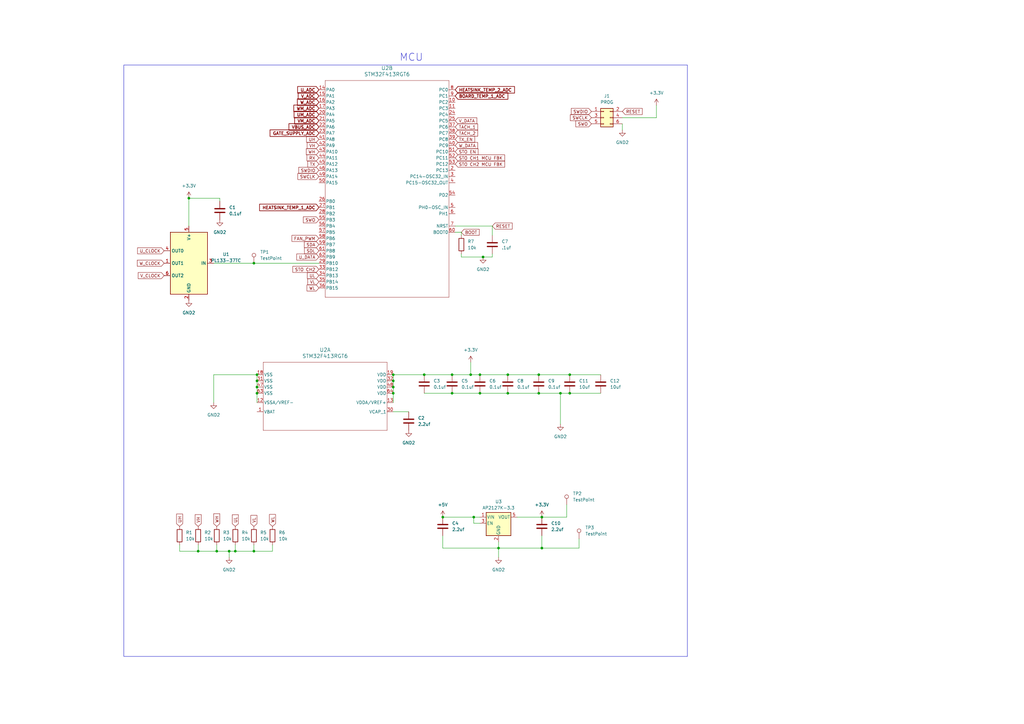
<source format=kicad_sch>
(kicad_sch (version 20231120) (generator "eeschema") (generator_version "8.0")
  (paper "A3")
  (lib_symbols
    (symbol "2023-05-15_23-02-32:STM32F413RGT6" (pin_names (offset 0.254))
      (property "Reference" "U1" (at 31.75 -45.72 0))
      (property "Value" "STM32F413RGT6" (at 25.4 -49.53 0))
      (symbol "STM32F413RGT6_1_1"
        (polyline (pts (xy 7.62 -22.86) (xy 58.42 -22.86)) (stroke (width 0.127)))
        (polyline (pts (xy 7.62 5.08) (xy 7.62 -22.86)) (stroke (width 0.127)))
        (polyline (pts (xy 58.42 -22.86) (xy 58.42 5.08)) (stroke (width 0.127)))
        (polyline (pts (xy 58.42 5.08) (xy 7.62 5.08)) (stroke (width 0.127)))
        (pin power_in line (at 5.08 -15.24 0) (length 2.54) (name "VBAT") (number "1"))
        (pin power_in line (at 5.08 -11.43 0) (length 2.54) (name "VSSA/VREF-") (number "12"))
        (pin power_in line (at 60.96 -11.43 180) (length 2.54) (name "VDDA/VREF+") (number "13"))
        (pin power_in line (at 5.08 0 0) (length 2.54) (name "VSS") (number "18"))
        (pin power_in line (at 60.96 0 180) (length 2.54) (name "VDD") (number "19"))
        (pin power_in line (at 60.96 -15.24 180) (length 2.54) (name "VCAP_1") (number "30"))
        (pin power_in line (at 5.08 -2.54 0) (length 2.54) (name "VSS") (number "31"))
        (pin power_in line (at 60.96 -2.54 180) (length 2.54) (name "VDD") (number "32"))
        (pin power_in line (at 5.08 -5.08 0) (length 2.54) (name "VSS") (number "47"))
        (pin power_in line (at 60.96 -5.08 180) (length 2.54) (name "VDD") (number "48"))
        (pin power_in line (at 5.08 -7.62 0) (length 2.54) (name "VSS") (number "63"))
        (pin power_in line (at 60.96 -7.62 180) (length 2.54) (name "VDD") (number "64"))
      )
      (symbol "STM32F413RGT6_2_1"
        (polyline (pts (xy 7.62 -83.82) (xy 58.42 -83.82)) (stroke (width 0.127)))
        (polyline (pts (xy 7.62 5.08) (xy 7.62 -83.82)) (stroke (width 0.127)))
        (polyline (pts (xy 58.42 -83.82) (xy 58.42 5.08)) (stroke (width 0.127)))
        (polyline (pts (xy 58.42 5.08) (xy 7.62 5.08)) (stroke (width 0.127)))
        (pin bidirectional line (at 60.96 -3.81 180) (length 2.54) (name "PC2") (number "10"))
        (pin bidirectional line (at 60.96 -6.35 180) (length 2.54) (name "PC3") (number "11"))
        (pin bidirectional line (at 5.08 1.27 0) (length 2.54) (name "PA0") (number "14"))
        (pin bidirectional line (at 5.08 -1.27 0) (length 2.54) (name "PA1") (number "15"))
        (pin bidirectional line (at 5.08 -3.81 0) (length 2.54) (name "PA2") (number "16"))
        (pin bidirectional line (at 5.08 -6.35 0) (length 2.54) (name "PA3") (number "17"))
        (pin bidirectional line (at 60.96 -31.75 180) (length 2.54) (name "PC13") (number "2"))
        (pin bidirectional line (at 5.08 -8.89 0) (length 2.54) (name "PA4") (number "20"))
        (pin bidirectional line (at 5.08 -11.43 0) (length 2.54) (name "PA5") (number "21"))
        (pin bidirectional line (at 5.08 -13.97 0) (length 2.54) (name "PA6") (number "22"))
        (pin bidirectional line (at 5.08 -16.51 0) (length 2.54) (name "PA7") (number "23"))
        (pin bidirectional line (at 60.96 -8.89 180) (length 2.54) (name "PC4") (number "24"))
        (pin bidirectional line (at 60.96 -11.43 180) (length 2.54) (name "PC5") (number "25"))
        (pin bidirectional line (at 5.08 -44.45 0) (length 2.54) (name "PB0") (number "26"))
        (pin bidirectional line (at 5.08 -46.99 0) (length 2.54) (name "PB1") (number "27"))
        (pin bidirectional line (at 5.08 -49.53 0) (length 2.54) (name "PB2") (number "28"))
        (pin bidirectional line (at 5.08 -69.85 0) (length 2.54) (name "PB10") (number "29"))
        (pin bidirectional line (at 60.96 -34.29 180) (length 2.54) (name "PC14-OSC32_IN") (number "3"))
        (pin bidirectional line (at 5.08 -72.39 0) (length 2.54) (name "PB12") (number "33"))
        (pin bidirectional line (at 5.08 -74.93 0) (length 2.54) (name "PB13") (number "34"))
        (pin bidirectional line (at 5.08 -77.47 0) (length 2.54) (name "PB14") (number "35"))
        (pin bidirectional line (at 5.08 -80.01 0) (length 2.54) (name "PB15") (number "36"))
        (pin bidirectional line (at 60.96 -13.97 180) (length 2.54) (name "PC6") (number "37"))
        (pin bidirectional line (at 60.96 -16.51 180) (length 2.54) (name "PC7") (number "38"))
        (pin bidirectional line (at 60.96 -19.05 180) (length 2.54) (name "PC8") (number "39"))
        (pin bidirectional line (at 60.96 -36.83 180) (length 2.54) (name "PC15-OSC32_OUT") (number "4"))
        (pin bidirectional line (at 60.96 -21.59 180) (length 2.54) (name "PC9") (number "40"))
        (pin bidirectional line (at 5.08 -19.05 0) (length 2.54) (name "PA8") (number "41"))
        (pin bidirectional line (at 5.08 -21.59 0) (length 2.54) (name "PA9") (number "42"))
        (pin bidirectional line (at 5.08 -24.13 0) (length 2.54) (name "PA10") (number "43"))
        (pin bidirectional line (at 5.08 -26.67 0) (length 2.54) (name "PA11") (number "44"))
        (pin bidirectional line (at 5.08 -31.75 0) (length 2.54) (name "PA12") (number "45"))
        (pin bidirectional line (at 5.08 -29.21 0) (length 2.54) (name "PA12") (number "45"))
        (pin bidirectional line (at 5.08 -34.29 0) (length 2.54) (name "PA13") (number "46"))
        (pin bidirectional line (at 5.08 -36.83 0) (length 2.54) (name "PA14") (number "49"))
        (pin bidirectional line (at 60.96 -46.99 180) (length 2.54) (name "PH0-OSC_IN") (number "5"))
        (pin bidirectional line (at 5.08 -39.37 0) (length 2.54) (name "PA15") (number "50"))
        (pin bidirectional line (at 60.96 -24.13 180) (length 2.54) (name "PC10") (number "51"))
        (pin bidirectional line (at 60.96 -26.67 180) (length 2.54) (name "PC11") (number "52"))
        (pin bidirectional line (at 60.96 -29.21 180) (length 2.54) (name "PC12") (number "53"))
        (pin bidirectional line (at 60.96 -41.91 180) (length 2.54) (name "PD2") (number "54"))
        (pin bidirectional line (at 5.08 -52.07 0) (length 2.54) (name "PB3") (number "55"))
        (pin bidirectional line (at 5.08 -54.61 0) (length 2.54) (name "PB4") (number "56"))
        (pin bidirectional line (at 5.08 -57.15 0) (length 2.54) (name "PB5") (number "57"))
        (pin bidirectional line (at 5.08 -59.69 0) (length 2.54) (name "PB6") (number "58"))
        (pin bidirectional line (at 5.08 -62.23 0) (length 2.54) (name "PB7") (number "59"))
        (pin bidirectional line (at 60.96 -49.53 180) (length 2.54) (name "PH1") (number "6"))
        (pin input line (at 60.96 -57.15 180) (length 2.54) (name "BOOT0") (number "60"))
        (pin bidirectional line (at 5.08 -64.77 0) (length 2.54) (name "PB8") (number "61"))
        (pin bidirectional line (at 5.08 -67.31 0) (length 2.54) (name "PB9") (number "62"))
        (pin bidirectional line (at 60.96 -54.61 180) (length 2.54) (name "NRST") (number "7"))
        (pin bidirectional line (at 60.96 1.27 180) (length 2.54) (name "PC0") (number "8"))
        (pin bidirectional line (at 60.96 -1.27 180) (length 2.54) (name "PC1") (number "9"))
      )
    )
    (symbol "Connector:TestPoint" (pin_numbers hide) (pin_names (offset 0.762) hide)
      (property "Reference" "TP" (at 0 6.858 0))
      (property "Value" "TestPoint" (at 0 5.08 0))
      (symbol "TestPoint_0_1"
        (circle (center 0 3.302) (radius 0.762))
      )
      (symbol "TestPoint_1_1"
        (pin passive line (at 0 0 90) (length 2.54) (name "1") (number "1"))
      )
    )
    (symbol "Connector_Generic:Conn_02x03_Odd_Even" (pin_names (offset 1.016) hide)
      (property "Reference" "J" (at 1.27 5.08 0))
      (property "Value" "Conn_02x03_Odd_Even" (at 1.27 -5.08 0))
      (symbol "Conn_02x03_Odd_Even_1_1"
        (rectangle (start -1.27 -2.413) (end 0 -2.667) (stroke (width 0.1524)))
        (rectangle (start -1.27 0.127) (end 0 -0.127) (stroke (width 0.1524)))
        (rectangle (start -1.27 2.667) (end 0 2.413) (stroke (width 0.1524)))
        (rectangle (start -1.27 3.81) (end 3.81 -3.81) (stroke (width 0.254)) (fill (type background)))
        (rectangle (start 3.81 -2.413) (end 2.54 -2.667) (stroke (width 0.1524)))
        (rectangle (start 3.81 0.127) (end 2.54 -0.127) (stroke (width 0.1524)))
        (rectangle (start 3.81 2.667) (end 2.54 2.413) (stroke (width 0.1524)))
        (pin passive line (at -5.08 2.54 0) (length 3.81) (name "Pin_1") (number "1"))
        (pin passive line (at 7.62 2.54 180) (length 3.81) (name "Pin_2") (number "2"))
        (pin passive line (at -5.08 0 0) (length 3.81) (name "Pin_3") (number "3"))
        (pin passive line (at 7.62 0 180) (length 3.81) (name "Pin_4") (number "4"))
        (pin passive line (at -5.08 -2.54 0) (length 3.81) (name "Pin_5") (number "5"))
        (pin passive line (at 7.62 -2.54 180) (length 3.81) (name "Pin_6") (number "6"))
      )
    )
    (symbol "Device:C" (pin_numbers hide) (pin_names (offset 0.254))
      (property "Reference" "C" (at 0.635 2.54 0))
      (property "Value" "C" (at 0.635 -2.54 0))
      (symbol "C_0_1"
        (polyline (pts (xy -2.032 -0.762) (xy 2.032 -0.762)) (stroke (width 0.508)))
        (polyline (pts (xy -2.032 0.762) (xy 2.032 0.762)) (stroke (width 0.508)))
      )
      (symbol "C_1_1"
        (pin passive line (at 0 3.81 270) (length 2.794) (name "~") (number "1"))
        (pin passive line (at 0 -3.81 90) (length 2.794) (name "~") (number "2"))
      )
    )
    (symbol "Device:R" (pin_numbers hide) (pin_names (offset 0))
      (property "Reference" "R" (at 2.032 0 90))
      (property "Value" "R" (at 0 0 90))
      (symbol "R_0_1"
        (rectangle (start -1.016 -2.54) (end 1.016 2.54) (stroke (width 0.254)))
      )
      (symbol "R_1_1"
        (pin passive line (at 0 3.81 270) (length 1.27) (name "~") (number "1"))
        (pin passive line (at 0 -3.81 90) (length 1.27) (name "~") (number "2"))
      )
    )
    (symbol "PL133:PL133-37TC"
      (property "Reference" "U22" (at -15.24 -5.4961 0))
      (property "Value" "PL133-37TC" (at -15.24 -2.9561 0))
      (symbol "PL133-37TC_0_1"
        (rectangle (start -7.62 12.7) (end 7.62 -12.7) (stroke (width 0.254)) (fill (type background)))
      )
      (symbol "PL133-37TC_1_1"
        (pin output line (at 10.16 0 180) (length 2.54) (name "OUT1") (number "1"))
        (pin power_in line (at 0 -15.24 90) (length 2.54) (name "GND") (number "2"))
        (pin input line (at -10.16 0 0) (length 2.54) (name "IN") (number "3"))
        (pin output line (at 10.16 5.08 180) (length 2.54) (name "OUT0") (number "4"))
        (pin power_in line (at 0 15.24 270) (length 2.54) (name "V+") (number "5"))
        (pin output line (at 10.16 -5.08 180) (length 2.54) (name "OUT2") (number "6"))
      )
    )
    (symbol "Regulator_Linear:AP2127K-3.3" (pin_names (offset 0.254))
      (property "Reference" "U" (at -5.08 5.715 0))
      (property "Value" "AP2127K-3.3" (at 0 5.715 0))
      (symbol "AP2127K-3.3_0_1"
        (rectangle (start -5.08 4.445) (end 5.08 -5.08) (stroke (width 0.254)) (fill (type background)))
      )
      (symbol "AP2127K-3.3_1_1"
        (pin power_in line (at -7.62 2.54 0) (length 2.54) (name "VIN") (number "1"))
        (pin power_in line (at 0 -7.62 90) (length 2.54) (name "GND") (number "2"))
        (pin input line (at -7.62 0 0) (length 2.54) (name "EN") (number "3"))
        (pin no_connect line (at 5.08 0 180) (length 2.54) hide (name "NC") (number "4"))
        (pin power_out line (at 7.62 2.54 180) (length 2.54) (name "VOUT") (number "5"))
      )
    )
    (symbol "STM32F413RGT6_1" (pin_names (offset 0.254))
      (property "Reference" "U1" (at 63.5 -38.1 0))
      (property "Value" "STM32F413RGT6_1" (at 63.5 -41.91 0))
      (symbol "STM32F413RGT6_1_1_1"
        (polyline (pts (xy 7.62 -22.86) (xy 58.42 -22.86)) (stroke (width 0.127)))
        (polyline (pts (xy 7.62 5.08) (xy 7.62 -22.86)) (stroke (width 0.127)))
        (polyline (pts (xy 58.42 -22.86) (xy 58.42 5.08)) (stroke (width 0.127)))
        (polyline (pts (xy 58.42 5.08) (xy 7.62 5.08)) (stroke (width 0.127)))
        (pin power_in line (at 5.08 -15.24 0) (length 2.54) (name "VBAT") (number "1"))
        (pin power_in line (at 5.08 -11.43 0) (length 2.54) (name "VSSA/VREF-") (number "12"))
        (pin power_in line (at 60.96 -11.43 180) (length 2.54) (name "VDDA/VREF+") (number "13"))
        (pin power_in line (at 5.08 0 0) (length 2.54) (name "VSS") (number "18"))
        (pin power_in line (at 60.96 0 180) (length 2.54) (name "VDD") (number "19"))
        (pin power_in line (at 60.96 -15.24 180) (length 2.54) (name "VCAP_1") (number "30"))
        (pin power_in line (at 5.08 -2.54 0) (length 2.54) (name "VSS") (number "31"))
        (pin power_in line (at 60.96 -2.54 180) (length 2.54) (name "VDD") (number "32"))
        (pin power_in line (at 5.08 -5.08 0) (length 2.54) (name "VSS") (number "47"))
        (pin power_in line (at 60.96 -5.08 180) (length 2.54) (name "VDD") (number "48"))
        (pin power_in line (at 5.08 -7.62 0) (length 2.54) (name "VSS") (number "63"))
        (pin power_in line (at 60.96 -7.62 180) (length 2.54) (name "VDD") (number "64"))
      )
      (symbol "STM32F413RGT6_1_2_1"
        (polyline (pts (xy 7.62 -83.82) (xy 58.42 -83.82)) (stroke (width 0.127)))
        (polyline (pts (xy 7.62 5.08) (xy 7.62 -83.82)) (stroke (width 0.127)))
        (polyline (pts (xy 58.42 -83.82) (xy 58.42 5.08)) (stroke (width 0.127)))
        (polyline (pts (xy 58.42 5.08) (xy 7.62 5.08)) (stroke (width 0.127)))
        (pin bidirectional line (at 60.96 -3.81 180) (length 2.54) (name "PC2") (number "10"))
        (pin bidirectional line (at 60.96 -6.35 180) (length 2.54) (name "PC3") (number "11"))
        (pin bidirectional line (at 5.08 1.27 0) (length 2.54) (name "PA0") (number "14"))
        (pin bidirectional line (at 5.08 -1.27 0) (length 2.54) (name "PA1") (number "15"))
        (pin bidirectional line (at 5.08 -3.81 0) (length 2.54) (name "PA2") (number "16"))
        (pin bidirectional line (at 5.08 -6.35 0) (length 2.54) (name "PA3") (number "17"))
        (pin bidirectional line (at 60.96 -31.75 180) (length 2.54) (name "PC13") (number "2"))
        (pin bidirectional line (at 5.08 -8.89 0) (length 2.54) (name "PA4") (number "20"))
        (pin bidirectional line (at 5.08 -11.43 0) (length 2.54) (name "PA5") (number "21"))
        (pin bidirectional line (at 5.08 -13.97 0) (length 2.54) (name "PA6") (number "22"))
        (pin bidirectional line (at 5.08 -16.51 0) (length 2.54) (name "PA7") (number "23"))
        (pin bidirectional line (at 60.96 -8.89 180) (length 2.54) (name "PC4") (number "24"))
        (pin bidirectional line (at 60.96 -11.43 180) (length 2.54) (name "PC5") (number "25"))
        (pin bidirectional line (at 5.08 -44.45 0) (length 2.54) (name "PB0") (number "26"))
        (pin bidirectional line (at 5.08 -46.99 0) (length 2.54) (name "PB1") (number "27"))
        (pin bidirectional line (at 5.08 -49.53 0) (length 2.54) (name "PB2") (number "28"))
        (pin bidirectional line (at 5.08 -69.85 0) (length 2.54) (name "PB10") (number "29"))
        (pin bidirectional line (at 60.96 -34.29 180) (length 2.54) (name "PC14-OSC32_IN") (number "3"))
        (pin bidirectional line (at 5.08 -72.39 0) (length 2.54) (name "PB12") (number "33"))
        (pin bidirectional line (at 5.08 -74.93 0) (length 2.54) (name "PB13") (number "34"))
        (pin bidirectional line (at 5.08 -77.47 0) (length 2.54) (name "PB14") (number "35"))
        (pin bidirectional line (at 5.08 -80.01 0) (length 2.54) (name "PB15") (number "36"))
        (pin bidirectional line (at 60.96 -13.97 180) (length 2.54) (name "PC6") (number "37"))
        (pin bidirectional line (at 60.96 -16.51 180) (length 2.54) (name "PC7") (number "38"))
        (pin bidirectional line (at 60.96 -19.05 180) (length 2.54) (name "PC8") (number "39"))
        (pin bidirectional line (at 60.96 -36.83 180) (length 2.54) (name "PC15-OSC32_OUT") (number "4"))
        (pin bidirectional line (at 60.96 -21.59 180) (length 2.54) (name "PC9") (number "40"))
        (pin bidirectional line (at 5.08 -19.05 0) (length 2.54) (name "PA8") (number "41"))
        (pin bidirectional line (at 5.08 -21.59 0) (length 2.54) (name "PA9") (number "42"))
        (pin bidirectional line (at 5.08 -24.13 0) (length 2.54) (name "PA10") (number "43"))
        (pin bidirectional line (at 5.08 -26.67 0) (length 2.54) (name "PA11") (number "44"))
        (pin bidirectional line (at 5.08 -29.21 0) (length 2.54) (name "PA12") (number "45"))
        (pin bidirectional line (at 5.08 -31.75 0) (length 2.54) (name "PA13") (number "46"))
        (pin bidirectional line (at 5.08 -34.29 0) (length 2.54) (name "PA14") (number "49"))
        (pin bidirectional line (at 60.96 -46.99 180) (length 2.54) (name "PH0-OSC_IN") (number "5"))
        (pin bidirectional line (at 5.08 -36.83 0) (length 2.54) (name "PA15") (number "50"))
        (pin bidirectional line (at 60.96 -24.13 180) (length 2.54) (name "PC10") (number "51"))
        (pin bidirectional line (at 60.96 -26.67 180) (length 2.54) (name "PC11") (number "52"))
        (pin bidirectional line (at 60.96 -29.21 180) (length 2.54) (name "PC12") (number "53"))
        (pin bidirectional line (at 60.96 -41.91 180) (length 2.54) (name "PD2") (number "54"))
        (pin bidirectional line (at 5.08 -52.07 0) (length 2.54) (name "PB3") (number "55"))
        (pin bidirectional line (at 5.08 -54.61 0) (length 2.54) (name "PB4") (number "56"))
        (pin bidirectional line (at 5.08 -57.15 0) (length 2.54) (name "PB5") (number "57"))
        (pin bidirectional line (at 5.08 -59.69 0) (length 2.54) (name "PB6") (number "58"))
        (pin bidirectional line (at 5.08 -62.23 0) (length 2.54) (name "PB7") (number "59"))
        (pin bidirectional line (at 60.96 -49.53 180) (length 2.54) (name "PH1") (number "6"))
        (pin input line (at 60.96 -57.15 180) (length 2.54) (name "BOOT0") (number "60"))
        (pin bidirectional line (at 5.08 -64.77 0) (length 2.54) (name "PB8") (number "61"))
        (pin bidirectional line (at 5.08 -67.31 0) (length 2.54) (name "PB9") (number "62"))
        (pin bidirectional line (at 60.96 -54.61 180) (length 2.54) (name "NRST") (number "7"))
        (pin bidirectional line (at 60.96 1.27 180) (length 2.54) (name "PC0") (number "8"))
        (pin bidirectional line (at 60.96 -1.27 180) (length 2.54) (name "PC1") (number "9"))
      )
    )
    (symbol "power:+3.3V" (power) (pin_names (offset 0))
      (property "Value" "+3.3V" (at 0 3.556 0))
      (symbol "+3.3V_0_1"
        (polyline (pts (xy -0.762 1.27) (xy 0 2.54)))
        (polyline (pts (xy 0 0) (xy 0 2.54)))
        (polyline (pts (xy 0 2.54) (xy 0.762 1.27)))
      )
      (symbol "+3.3V_1_1"
        (pin power_in line (at 0 0 90) (length 0) hide (name "+3.3V") (number "1"))
      )
    )
    (symbol "power:+5V" (power) (pin_names (offset 0))
      (property "Value" "+5V" (at 0 3.556 0))
      (symbol "+5V_0_1"
        (polyline (pts (xy -0.762 1.27) (xy 0 2.54)))
        (polyline (pts (xy 0 0) (xy 0 2.54)))
        (polyline (pts (xy 0 2.54) (xy 0.762 1.27)))
      )
      (symbol "+5V_1_1"
        (pin power_in line (at 0 0 90) (length 0) hide (name "+5V") (number "1"))
      )
    )
    (symbol "power:GND2" (power) (pin_names (offset 0))
      (property "Value" "GND2" (at 0 -3.81 0))
      (symbol "GND2_0_1"
        (polyline (pts (xy 0 0) (xy 0 -1.27) (xy 1.27 -1.27) (xy 0 -2.54) (xy -1.27 -1.27) (xy 0 -1.27)))
      )
      (symbol "GND2_1_1"
        (pin power_in line (at 0 0 270) (length 0) hide (name "GND2") (number "1"))
      )
    )
  )
  (junction (at 81.28 226.06))
  (junction (at 161.29 153.67))
  (junction (at 220.98 161.29))
  (junction (at 96.52 226.06))
  (junction (at 104.14 226.06))
  (junction (at 220.98 153.67))
  (junction (at 208.28 161.29))
  (junction (at 173.99 153.67))
  (junction (at 233.68 161.29))
  (junction (at 194.31 212.09))
  (junction (at 229.87 161.29))
  (junction (at 185.42 161.29))
  (junction (at 105.41 153.67))
  (junction (at 105.41 158.75))
  (junction (at 161.29 161.29))
  (junction (at 104.14 107.95))
  (junction (at 193.04 153.67))
  (junction (at 204.47 224.79))
  (junction (at 105.41 156.21))
  (junction (at 233.68 153.67))
  (junction (at 161.29 156.21))
  (junction (at 161.29 158.75))
  (junction (at 196.85 153.67))
  (junction (at 181.61 212.09))
  (junction (at 93.98 226.06))
  (junction (at 77.47 81.28))
  (junction (at 105.41 161.29))
  (junction (at 208.28 153.67))
  (junction (at 185.42 153.67))
  (junction (at 88.9 226.06))
  (junction (at 196.85 161.29))
  (junction (at 222.25 212.09))
  (junction (at 198.12 105.41))
  (junction (at 222.25 224.79))
  (wire (pts (xy 196.85 214.63) (xy 194.31 214.63)))
  (wire (pts (xy 88.9 226.06) (xy 93.98 226.06)))
  (wire (pts (xy 90.17 81.28) (xy 90.17 82.55)))
  (wire (pts (xy 222.25 224.79) (xy 204.47 224.79)))
  (wire (pts (xy 204.47 222.25) (xy 204.47 224.79)))
  (wire (pts (xy 93.98 226.06) (xy 93.98 228.6)))
  (wire (pts (xy 194.31 212.09) (xy 196.85 212.09)))
  (wire (pts (xy 194.31 214.63) (xy 194.31 212.09)))
  (wire (pts (xy 233.68 161.29) (xy 246.38 161.29)))
  (wire (pts (xy 111.76 226.06) (xy 111.76 223.52)))
  (wire (pts (xy 104.14 107.95) (xy 130.81 107.95)))
  (wire (pts (xy 161.29 156.21) (xy 161.29 158.75)))
  (wire (pts (xy 161.29 168.91) (xy 167.64 168.91)))
  (wire (pts (xy 201.93 92.71) (xy 186.69 92.71)))
  (wire (pts (xy 201.93 104.14) (xy 201.93 105.41)))
  (wire (pts (xy 237.49 220.98) (xy 237.49 224.79)))
  (wire (pts (xy 208.28 153.67) (xy 220.98 153.67)))
  (wire (pts (xy 96.52 226.06) (xy 104.14 226.06)))
  (wire (pts (xy 201.93 92.71) (xy 201.93 96.52)))
  (wire (pts (xy 220.98 161.29) (xy 229.87 161.29)))
  (wire (pts (xy 77.47 81.28) (xy 90.17 81.28)))
  (wire (pts (xy 269.24 43.18) (xy 269.24 48.26)))
  (wire (pts (xy 77.47 81.28) (xy 77.47 92.71)))
  (wire (pts (xy 269.24 48.26) (xy 255.27 48.26)))
  (wire (pts (xy 81.28 223.52) (xy 81.28 226.06)))
  (wire (pts (xy 222.25 219.71) (xy 222.25 224.79)))
  (wire (pts (xy 185.42 153.67) (xy 173.99 153.67)))
  (wire (pts (xy 232.41 212.09) (xy 222.25 212.09)))
  (wire (pts (xy 105.41 153.67) (xy 105.41 156.21)))
  (wire (pts (xy 233.68 153.67) (xy 246.38 153.67)))
  (wire (pts (xy 173.99 161.29) (xy 185.42 161.29)))
  (wire (pts (xy 189.23 95.25) (xy 189.23 96.52)))
  (wire (pts (xy 212.09 212.09) (xy 222.25 212.09)))
  (wire (pts (xy 232.41 207.01) (xy 232.41 212.09)))
  (wire (pts (xy 161.29 161.29) (xy 161.29 165.1)))
  (wire (pts (xy 186.69 95.25) (xy 189.23 95.25)))
  (wire (pts (xy 104.14 223.52) (xy 104.14 226.06)))
  (wire (pts (xy 196.85 153.67) (xy 208.28 153.67)))
  (wire (pts (xy 193.04 153.67) (xy 196.85 153.67)))
  (wire (pts (xy 161.29 153.67) (xy 161.29 156.21)))
  (wire (pts (xy 73.66 223.52) (xy 73.66 226.06)))
  (wire (pts (xy 237.49 224.79) (xy 222.25 224.79)))
  (wire (pts (xy 181.61 212.09) (xy 194.31 212.09)))
  (wire (pts (xy 87.63 165.1) (xy 87.63 153.67)))
  (wire (pts (xy 81.28 226.06) (xy 88.9 226.06)))
  (wire (pts (xy 105.41 156.21) (xy 105.41 158.75)))
  (wire (pts (xy 189.23 104.14) (xy 189.23 105.41)))
  (wire (pts (xy 73.66 226.06) (xy 81.28 226.06)))
  (wire (pts (xy 204.47 224.79) (xy 204.47 228.6)))
  (wire (pts (xy 173.99 153.67) (xy 161.29 153.67)))
  (wire (pts (xy 196.85 161.29) (xy 208.28 161.29)))
  (wire (pts (xy 201.93 105.41) (xy 198.12 105.41)))
  (wire (pts (xy 105.41 158.75) (xy 105.41 161.29)))
  (wire (pts (xy 181.61 219.71) (xy 181.61 224.79)))
  (wire (pts (xy 88.9 223.52) (xy 88.9 226.06)))
  (wire (pts (xy 181.61 224.79) (xy 204.47 224.79)))
  (wire (pts (xy 87.63 107.95) (xy 104.14 107.95)))
  (wire (pts (xy 104.14 226.06) (xy 111.76 226.06)))
  (wire (pts (xy 193.04 148.59) (xy 193.04 153.67)))
  (wire (pts (xy 229.87 161.29) (xy 229.87 173.99)))
  (wire (pts (xy 96.52 223.52) (xy 96.52 226.06)))
  (wire (pts (xy 93.98 226.06) (xy 96.52 226.06)))
  (wire (pts (xy 105.41 161.29) (xy 105.41 165.1)))
  (wire (pts (xy 255.27 50.8) (xy 255.27 53.34)))
  (wire (pts (xy 87.63 153.67) (xy 105.41 153.67)))
  (wire (pts (xy 229.87 161.29) (xy 233.68 161.29)))
  (wire (pts (xy 189.23 105.41) (xy 198.12 105.41)))
  (wire (pts (xy 220.98 153.67) (xy 233.68 153.67)))
  (wire (pts (xy 185.42 161.29) (xy 196.85 161.29)))
  (wire (pts (xy 193.04 153.67) (xy 185.42 153.67)))
  (wire (pts (xy 208.28 161.29) (xy 220.98 161.29)))
  (wire (pts (xy 161.29 158.75) (xy 161.29 161.29)))
  (rectangle (start 50.8 26.67) (end 281.94 269.24))
  (text "MCU" (at 163.83 25.4 0) (effects (font (size 3 3)) (justify left bottom)))
  (global_label "HEATSINK_TEMP_1_ADC" (shape input) (at 130.81 85.09 180) (effects (font (bold yes))) (property "Intersheetrefs" "${INTERSHEET_REFS}" (effects (hide yes))))
  (global_label "VL" (shape input) (at 130.81 115.57 180) (property "Intersheetrefs" "${INTERSHEET_REFS}" (effects (hide yes))))
  (global_label "W_CLOCK" (shape input) (at 67.31 107.95 180) (property "Intersheetrefs" "${INTERSHEET_REFS}" (effects (hide yes))))
  (global_label "FAN_PWM" (shape input) (at 130.81 97.79 180) (property "Intersheetrefs" "${INTERSHEET_REFS}" (effects (hide yes))))
  (global_label "W_ADC" (shape input) (at 130.81 41.91 180) (effects (font (bold yes))) (property "Intersheetrefs" "${INTERSHEET_REFS}" (effects (hide yes))))
  (global_label "VBUS_ADC" (shape input) (at 130.81 52.07 180) (effects (font (bold yes))) (property "Intersheetrefs" "${INTERSHEET_REFS}" (effects (hide yes))))
  (global_label "UH" (shape input) (at 130.81 57.15 180) (property "Intersheetrefs" "${INTERSHEET_REFS}" (effects (hide yes))))
  (global_label "SDA" (shape input) (at 130.81 100.33 180) (property "Intersheetrefs" "${INTERSHEET_REFS}" (effects (hide yes))))
  (global_label "WL" (shape input) (at 130.81 118.11 180) (property "Intersheetrefs" "${INTERSHEET_REFS}" (effects (hide yes))))
  (global_label "STO CH2 MCU FBK" (shape input) (at 186.69 67.31 0) (property "Intersheetrefs" "${INTERSHEET_REFS}" (effects (hide yes))))
  (global_label "VH" (shape input) (at 81.28 215.9 90) (property "Intersheetrefs" "${INTERSHEET_REFS}" (effects (hide yes))))
  (global_label "HEATSINK_TEMP_2_ADC" (shape input) (at 186.69 36.83 0) (effects (font (bold yes))) (property "Intersheetrefs" "${INTERSHEET_REFS}" (effects (hide yes))))
  (global_label "RX" (shape input) (at 130.81 64.77 180) (property "Intersheetrefs" "${INTERSHEET_REFS}" (effects (hide yes))))
  (global_label "SDL" (shape input) (at 130.81 102.87 180) (property "Intersheetrefs" "${INTERSHEET_REFS}" (effects (hide yes))))
  (global_label "TACH_1" (shape input) (at 186.69 52.07 0) (property "Intersheetrefs" "${INTERSHEET_REFS}" (effects (hide yes))))
  (global_label "VM_ADC" (shape input) (at 130.81 49.53 180) (effects (font (bold yes))) (property "Intersheetrefs" "${INTERSHEET_REFS}" (effects (hide yes))))
  (global_label "STO CH2" (shape input) (at 130.81 110.49 180) (property "Intersheetrefs" "${INTERSHEET_REFS}" (effects (hide yes))))
  (global_label "U_DATA" (shape input) (at 130.81 105.41 180) (property "Intersheetrefs" "${INTERSHEET_REFS}" (effects (hide yes))))
  (global_label "SWCLK" (shape input) (at 130.81 72.39 180) (property "Intersheetrefs" "${INTERSHEET_REFS}" (effects (hide yes))))
  (global_label "RESET" (shape input) (at 201.93 92.71 0) (property "Intersheetrefs" "${INTERSHEET_REFS}" (effects (hide yes))))
  (global_label "WH" (shape input) (at 88.9 215.9 90) (property "Intersheetrefs" "${INTERSHEET_REFS}" (effects (hide yes))))
  (global_label "BOOT" (shape input) (at 189.23 95.25 0) (property "Intersheetrefs" "${INTERSHEET_REFS}" (effects (hide yes))))
  (global_label "WH" (shape input) (at 130.81 62.23 180) (property "Intersheetrefs" "${INTERSHEET_REFS}" (effects (hide yes))))
  (global_label "WL" (shape input) (at 111.76 215.9 90) (property "Intersheetrefs" "${INTERSHEET_REFS}" (effects (hide yes))))
  (global_label "UL" (shape input) (at 130.81 113.03 180) (property "Intersheetrefs" "${INTERSHEET_REFS}" (effects (hide yes))))
  (global_label "SWDIO" (shape input) (at 242.57 45.72 180) (property "Intersheetrefs" "${INTERSHEET_REFS}" (effects (hide yes))))
  (global_label "UL" (shape input) (at 96.52 215.9 90) (property "Intersheetrefs" "${INTERSHEET_REFS}" (effects (hide yes))))
  (global_label "SWCLK" (shape input) (at 242.57 48.26 180) (property "Intersheetrefs" "${INTERSHEET_REFS}" (effects (hide yes))))
  (global_label "UM_ADC" (shape input) (at 130.81 46.99 180) (effects (font (bold yes))) (property "Intersheetrefs" "${INTERSHEET_REFS}" (effects (hide yes))))
  (global_label "GATE_SUPPLY_ADC" (shape input) (at 130.81 54.61 180) (effects (font (bold yes))) (property "Intersheetrefs" "${INTERSHEET_REFS}" (effects (hide yes))))
  (global_label "STO EN" (shape input) (at 186.69 62.23 0) (property "Intersheetrefs" "${INTERSHEET_REFS}" (effects (hide yes))))
  (global_label "V_ADC" (shape input) (at 130.81 39.37 180) (effects (font (bold yes))) (property "Intersheetrefs" "${INTERSHEET_REFS}" (effects (hide yes))))
  (global_label "TACH_2" (shape input) (at 186.69 54.61 0) (property "Intersheetrefs" "${INTERSHEET_REFS}" (effects (hide yes))))
  (global_label "U_ADC" (shape input) (at 130.81 36.83 180) (effects (font (bold yes))) (property "Intersheetrefs" "${INTERSHEET_REFS}" (effects (hide yes))))
  (global_label "U_CLOCK" (shape input) (at 67.31 102.87 180) (property "Intersheetrefs" "${INTERSHEET_REFS}" (effects (hide yes))))
  (global_label "W_DATA" (shape input) (at 186.69 59.69 0) (property "Intersheetrefs" "${INTERSHEET_REFS}" (effects (hide yes))))
  (global_label "SWO" (shape input) (at 242.57 50.8 180) (property "Intersheetrefs" "${INTERSHEET_REFS}" (effects (hide yes))))
  (global_label "SWO" (shape input) (at 130.81 90.17 180) (property "Intersheetrefs" "${INTERSHEET_REFS}" (effects (hide yes))))
  (global_label "VH" (shape input) (at 130.81 59.69 180) (property "Intersheetrefs" "${INTERSHEET_REFS}" (effects (hide yes))))
  (global_label "UH" (shape input) (at 73.66 215.9 90) (property "Intersheetrefs" "${INTERSHEET_REFS}" (effects (hide yes))))
  (global_label "SWDIO" (shape input) (at 130.81 69.85 180) (property "Intersheetrefs" "${INTERSHEET_REFS}" (effects (hide yes))))
  (global_label "TX_EN" (shape input) (at 186.69 57.15 0) (property "Intersheetrefs" "${INTERSHEET_REFS}" (effects (hide yes))))
  (global_label "WM_ADC" (shape input) (at 130.81 44.45 180) (effects (font (bold yes))) (property "Intersheetrefs" "${INTERSHEET_REFS}" (effects (hide yes))))
  (global_label "V_CLOCK" (shape input) (at 67.31 113.03 180) (property "Intersheetrefs" "${INTERSHEET_REFS}" (effects (hide yes))))
  (global_label "V_DATA" (shape input) (at 186.69 49.53 0) (property "Intersheetrefs" "${INTERSHEET_REFS}" (effects (hide yes))))
  (global_label "RESET" (shape input) (at 255.27 45.72 0) (property "Intersheetrefs" "${INTERSHEET_REFS}" (effects (hide yes))))
  (global_label "VL" (shape input) (at 104.14 215.9 90) (property "Intersheetrefs" "${INTERSHEET_REFS}" (effects (hide yes))))
  (global_label "BOARD_TEMP_1_ADC" (shape input) (at 186.69 39.37 0) (effects (font (bold yes))) (property "Intersheetrefs" "${INTERSHEET_REFS}" (effects (hide yes))))
  (global_label "STO CH1 MCU FBK" (shape input) (at 186.69 64.77 0) (property "Intersheetrefs" "${INTERSHEET_REFS}" (effects (hide yes))))
  (global_label "TX" (shape input) (at 130.81 67.31 180) (property "Intersheetrefs" "${INTERSHEET_REFS}" (effects (hide yes))))
  (symbol (lib_id "power:GND2") (at 77.47 123.19 0) (unit 1)
    (property "Reference" "#PWR02" (effects (hide yes)))
    (property "Value" "GND2" (at 77.47 128.27 0))
  )
  (symbol (lib_id "Device:C") (at 222.25 215.9 0) (unit 1)
    (property "Reference" "C10" (at 226.06 214.63 0) (effects (justify left)))
    (property "Value" "2.2uf" (at 226.06 217.17 0) (effects (justify left)))
    (property "Footprint" "Capacitor_SMD:C_0603_1608Metric" (effects (hide yes)))
  )
  (symbol (lib_id "Connector:TestPoint") (at 232.41 207.01 0) (unit 1)
    (property "Reference" "TP2" (at 234.95 202.438 0) (effects (justify left)))
    (property "Value" "TestPoint" (at 234.95 204.978 0) (effects (justify left)))
    (property "Footprint" "footprints:TestPoint_Pad_3.1x1.6mm" (effects (hide yes)))
  )
  (symbol (lib_id "Connector:TestPoint") (at 104.14 107.95 0) (unit 1)
    (property "Reference" "TP1" (at 106.68 103.378 0) (effects (justify left)))
    (property "Value" "TestPoint" (at 106.68 105.918 0) (effects (justify left)))
    (property "Footprint" "footprints:TestPoint_Pad_3.1x1.6mm" (effects (hide yes)))
  )
  (symbol (lib_id "power:GND2") (at 167.64 176.53 0) (unit 1)
    (property "Reference" "#PWR06" (effects (hide yes)))
    (property "Value" "GND2" (at 167.64 181.61 0))
  )
  (symbol (lib_id "Device:C") (at 167.64 172.72 0) (unit 1)
    (property "Reference" "C2" (at 171.45 171.45 0) (effects (justify left)))
    (property "Value" "2.2uf" (at 171.45 173.99 0) (effects (justify left)))
    (property "Footprint" "Capacitor_SMD:C_0603_1608Metric" (effects (hide yes)))
  )
  (symbol (lib_id "Regulator_Linear:AP2127K-3.3") (at 204.47 214.63 0) (unit 1)
    (property "Reference" "U3" (at 204.47 205.74 0))
    (property "Value" "AP2127K-3.3" (at 204.47 208.28 0))
    (property "Footprint" "Package_TO_SOT_SMD:SOT-23-5" (effects (hide yes)))
    (property "Datasheet" "https://www.diodes.com/assets/Datasheets/AP2127.pdf" (effects (hide yes)))
  )
  (symbol (lib_id "Device:C") (at 90.17 86.36 0) (unit 1)
    (property "Reference" "C1" (at 93.98 85.09 0) (effects (justify left)))
    (property "Value" "0.1uf" (at 93.98 87.63 0) (effects (justify left)))
    (property "Footprint" "Capacitor_SMD:C_0603_1608Metric" (effects (hide yes)))
  )
  (symbol (lib_id "Device:R") (at 73.66 219.71 0) (unit 1)
    (property "Reference" "R1" (at 76.2 218.44 0) (effects (justify left)))
    (property "Value" "10k" (at 76.2 220.98 0) (effects (justify left)))
    (property "Footprint" "Resistor_SMD:R_0603_1608Metric" (effects (hide yes)))
  )
  (symbol (lib_id "Device:C") (at 246.38 157.48 0) (unit 1)
    (property "Reference" "C12" (at 250.19 156.21 0) (effects (justify left)))
    (property "Value" "10uf" (at 250.19 158.75 0) (effects (justify left)))
    (property "Footprint" "Capacitor_SMD:C_0805_2012Metric" (effects (hide yes)))
  )
  (symbol (lib_id "power:GND2") (at 255.27 53.34 0) (unit 1)
    (property "Reference" "#PWR013" (effects (hide yes)))
    (property "Value" "GND2" (at 255.27 58.42 0))
  )
  (symbol (lib_id "PL133:PL133-37TC") (at 77.47 107.95 0) (mirror y) (unit 1)
    (property "Reference" "U1" (at 92.71 104.3021 0))
    (property "Value" "PL133-37TC" (at 92.71 106.8421 0))
    (property "Footprint" "Package_TO_SOT_SMD:SOT-23-6" (effects (hide yes)))
  )
  (symbol (lib_id "Device:C") (at 173.99 157.48 0) (unit 1)
    (property "Reference" "C3" (at 177.8 156.21 0) (effects (justify left)))
    (property "Value" "0.1uf" (at 177.8 158.75 0) (effects (justify left)))
    (property "Footprint" "Capacitor_SMD:C_0603_1608Metric" (effects (hide yes)))
  )
  (symbol (lib_id "power:GND2") (at 229.87 173.99 0) (unit 1)
    (property "Reference" "#PWR012" (effects (hide yes)))
    (property "Value" "GND2" (at 229.87 179.07 0))
  )
  (symbol (lib_id "Connector:TestPoint") (at 237.49 220.98 0) (unit 1)
    (property "Reference" "TP3" (at 240.03 216.408 0) (effects (justify left)))
    (property "Value" "TestPoint" (at 240.03 218.948 0) (effects (justify left)))
    (property "Footprint" "footprints:TestPoint_Pad_3.1x1.6mm" (effects (hide yes)))
  )
  (symbol (lib_id "2023-05-15_23-02-32:STM32F413RGT6") (at 100.33 153.67 0) (unit 1)
    (property "Reference" "U2" (at 133.35 143.51 0) (effects (font (size 1.524 1.524))))
    (property "Value" "STM32F413RGT6" (at 133.35 146.05 0) (effects (font (size 1.524 1.524))))
    (property "Footprint" "footprints:LQFP64-10x10mm" (effects (hide yes)))
    (property "Datasheet" "STM32F413RGT6" (effects (hide yes)))
  )
  (symbol (lib_id "power:+3.3V") (at 222.25 212.09 0) (unit 1)
    (property "Reference" "#PWR011" (effects (hide yes)))
    (property "Value" "+3.3V" (at 222.25 207.01 0))
  )
  (symbol (lib_id "Device:C") (at 185.42 157.48 0) (unit 1)
    (property "Reference" "C5" (at 189.23 156.21 0) (effects (justify left)))
    (property "Value" "0.1uf" (at 189.23 158.75 0) (effects (justify left)))
    (property "Footprint" "Capacitor_SMD:C_0603_1608Metric" (effects (hide yes)))
  )
  (symbol (lib_id "Device:C") (at 181.61 215.9 0) (unit 1)
    (property "Reference" "C4" (at 185.42 214.63 0) (effects (justify left)))
    (property "Value" "2.2uf" (at 185.42 217.17 0) (effects (justify left)))
    (property "Footprint" "Capacitor_SMD:C_0603_1608Metric" (effects (hide yes)))
  )
  (symbol (lib_id "Device:C") (at 220.98 157.48 0) (unit 1)
    (property "Reference" "C9" (at 224.79 156.21 0) (effects (justify left)))
    (property "Value" "0.1uf" (at 224.79 158.75 0) (effects (justify left)))
    (property "Footprint" "Capacitor_SMD:C_0603_1608Metric" (effects (hide yes)))
  )
  (symbol (lib_id "Device:R") (at 81.28 219.71 0) (unit 1)
    (property "Reference" "R2" (at 83.82 218.44 0) (effects (justify left)))
    (property "Value" "10k" (at 83.82 220.98 0) (effects (justify left)))
    (property "Footprint" "Resistor_SMD:R_0603_1608Metric" (effects (hide yes)))
  )
  (symbol (lib_id "Device:R") (at 96.52 219.71 0) (unit 1)
    (property "Reference" "R4" (at 99.06 218.44 0) (effects (justify left)))
    (property "Value" "10k" (at 99.06 220.98 0) (effects (justify left)))
    (property "Footprint" "Resistor_SMD:R_0603_1608Metric" (effects (hide yes)))
  )
  (symbol (lib_name "STM32F413RGT6_1") (lib_id "2023-05-15_23-02-32:STM32F413RGT6") (at 125.73 38.1 0) (unit 2)
    (property "Reference" "U2" (at 158.75 27.94 0) (effects (font (size 1.524 1.524))))
    (property "Value" "STM32F413RGT6" (at 158.75 30.48 0) (effects (font (size 1.524 1.524))))
    (property "Footprint" "footprints:LQFP64-10x10mm" (effects (hide yes)))
    (property "Datasheet" "STM32F413RGT6" (effects (hide yes)))
  )
  (symbol (lib_id "Device:R") (at 189.23 100.33 0) (unit 1)
    (property "Reference" "R7" (at 191.77 99.06 0) (effects (justify left)))
    (property "Value" "10k" (at 191.77 101.6 0) (effects (justify left)))
    (property "Footprint" "Resistor_SMD:R_0603_1608Metric" (effects (hide yes)))
  )
  (symbol (lib_id "power:+3.3V") (at 193.04 148.59 0) (unit 1)
    (property "Reference" "#PWR08" (effects (hide yes)))
    (property "Value" "+3.3V" (at 193.04 143.51 0))
  )
  (symbol (lib_id "Device:R") (at 111.76 219.71 0) (unit 1)
    (property "Reference" "R6" (at 114.3 218.44 0) (effects (justify left)))
    (property "Value" "10k" (at 114.3 220.98 0) (effects (justify left)))
    (property "Footprint" "Resistor_SMD:R_0603_1608Metric" (effects (hide yes)))
  )
  (symbol (lib_id "power:GND2") (at 93.98 228.6 0) (unit 1)
    (property "Reference" "#PWR05" (effects (hide yes)))
    (property "Value" "GND2" (at 93.98 233.68 0))
  )
  (symbol (lib_id "Device:R") (at 88.9 219.71 0) (unit 1)
    (property "Reference" "R3" (at 91.44 218.44 0) (effects (justify left)))
    (property "Value" "10k" (at 91.44 220.98 0) (effects (justify left)))
    (property "Footprint" "Resistor_SMD:R_0603_1608Metric" (effects (hide yes)))
  )
  (symbol (lib_id "power:+3.3V") (at 77.47 81.28 0) (unit 1)
    (property "Reference" "#PWR01" (effects (hide yes)))
    (property "Value" "+3.3V" (at 77.47 76.2 0))
  )
  (symbol (lib_id "Device:C") (at 201.93 100.33 0) (unit 1)
    (property "Reference" "C7" (at 205.74 99.06 0) (effects (justify left)))
    (property "Value" ".1uf" (at 205.74 101.6 0) (effects (justify left)))
    (property "Footprint" "Capacitor_SMD:C_0603_1608Metric" (effects (hide yes)))
  )
  (symbol (lib_id "Device:C") (at 208.28 157.48 0) (unit 1)
    (property "Reference" "C8" (at 212.09 156.21 0) (effects (justify left)))
    (property "Value" "0.1uf" (at 212.09 158.75 0) (effects (justify left)))
    (property "Footprint" "Capacitor_SMD:C_0603_1608Metric" (effects (hide yes)))
  )
  (symbol (lib_id "Device:R") (at 104.14 219.71 0) (unit 1)
    (property "Reference" "R5" (at 106.68 218.44 0) (effects (justify left)))
    (property "Value" "10k" (at 106.68 220.98 0) (effects (justify left)))
    (property "Footprint" "Resistor_SMD:R_0603_1608Metric" (effects (hide yes)))
  )
  (symbol (lib_id "Device:C") (at 196.85 157.48 0) (unit 1)
    (property "Reference" "C6" (at 200.66 156.21 0) (effects (justify left)))
    (property "Value" "0.1uf" (at 200.66 158.75 0) (effects (justify left)))
    (property "Footprint" "Capacitor_SMD:C_0603_1608Metric" (effects (hide yes)))
  )
  (symbol (lib_id "power:GND2") (at 204.47 228.6 0) (unit 1)
    (property "Reference" "#PWR010" (effects (hide yes)))
    (property "Value" "GND2" (at 204.47 233.68 0))
  )
  (symbol (lib_id "Device:C") (at 233.68 157.48 0) (unit 1)
    (property "Reference" "C11" (at 237.49 156.21 0) (effects (justify left)))
    (property "Value" "10uf" (at 237.49 158.75 0) (effects (justify left)))
    (property "Footprint" "Capacitor_SMD:C_0805_2012Metric" (effects (hide yes)))
  )
  (symbol (lib_id "power:GND2") (at 198.12 105.41 0) (unit 1)
    (property "Reference" "#PWR09" (effects (hide yes)))
    (property "Value" "GND2" (at 198.12 110.49 0))
  )
  (symbol (lib_id "power:GND2") (at 90.17 90.17 0) (unit 1)
    (property "Reference" "#PWR04" (effects (hide yes)))
    (property "Value" "GND2" (at 90.17 95.25 0))
  )
  (symbol (lib_id "power:GND2") (at 87.63 165.1 0) (unit 1)
    (property "Reference" "#PWR03" (effects (hide yes)))
    (property "Value" "GND2" (at 87.63 170.18 0))
  )
  (symbol (lib_id "power:+3.3V") (at 269.24 43.18 0) (unit 1)
    (property "Reference" "#PWR014" (effects (hide yes)))
    (property "Value" "+3.3V" (at 269.24 38.1 0))
  )
  (symbol (lib_id "power:+5V") (at 181.61 212.09 0) (unit 1)
    (property "Reference" "#PWR07" (effects (hide yes)))
    (property "Value" "+5V" (at 181.61 207.01 0))
  )
  (symbol (lib_id "Connector_Generic:Conn_02x03_Odd_Even") (at 247.65 48.26 0) (unit 1)
    (property "Reference" "J1" (at 248.92 39.37 0))
    (property "Value" "PROG" (at 248.92 41.91 0))
    (property "Footprint" "Connector_PinHeader_2.54mm:PinHeader_2x03_P2.54mm_Vertical" (effects (hide yes)))
  )
)
</source>
